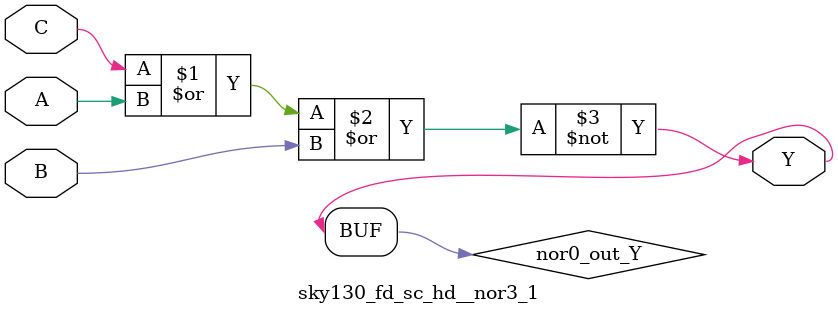
<source format=v>
/*
 * Copyright 2020 The SkyWater PDK Authors
 *
 * Licensed under the Apache License, Version 2.0 (the "License");
 * you may not use this file except in compliance with the License.
 * You may obtain a copy of the License at
 *
 *     https://www.apache.org/licenses/LICENSE-2.0
 *
 * Unless required by applicable law or agreed to in writing, software
 * distributed under the License is distributed on an "AS IS" BASIS,
 * WITHOUT WARRANTIES OR CONDITIONS OF ANY KIND, either express or implied.
 * See the License for the specific language governing permissions and
 * limitations under the License.
 *
 * SPDX-License-Identifier: Apache-2.0
*/


`ifndef SKY130_FD_SC_HD__NOR3_1_FUNCTIONAL_V
`define SKY130_FD_SC_HD__NOR3_1_FUNCTIONAL_V

/**
 * nor3: 3-input NOR.
 *
 *       Y = !(A | B | C | !D)
 *
 * Verilog simulation functional model.
 */

`timescale 1ns / 1ps
`default_nettype none

`celldefine
module sky130_fd_sc_hd__nor3_1 (
    Y,
    A,
    B,
    C
);

    // Module ports
    output Y;
    input  A;
    input  B;
    input  C;

    // Local signals
    wire nor0_out_Y;

    //  Name  Output      Other arguments
    nor nor0 (nor0_out_Y, C, A, B        );
    buf buf0 (Y         , nor0_out_Y     );

endmodule
`endcelldefine

`default_nettype wire
`endif  // SKY130_FD_SC_HD__NOR3_1_FUNCTIONAL_V

</source>
